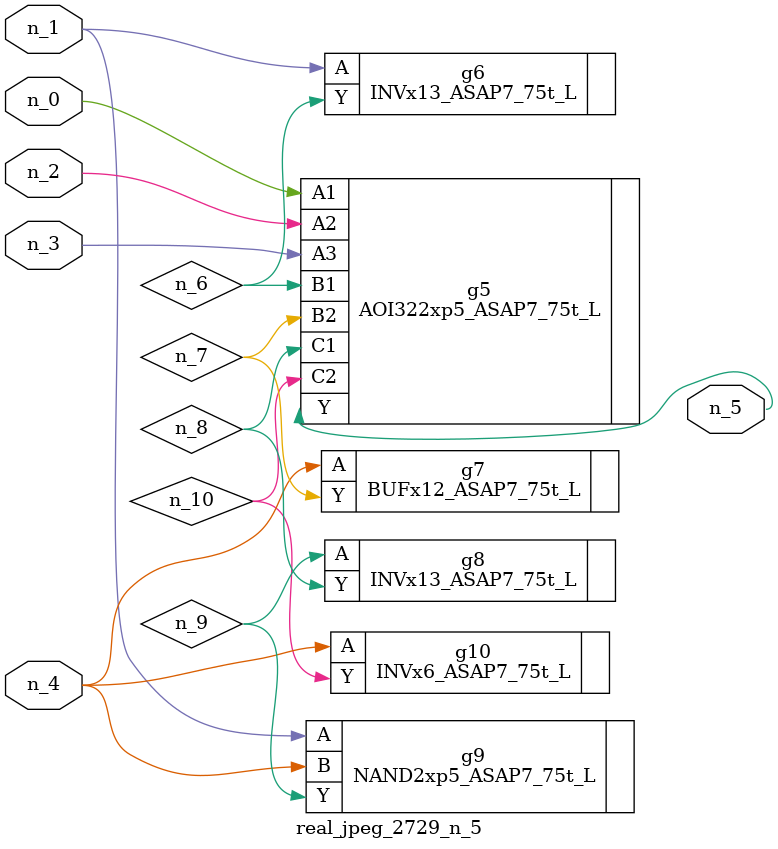
<source format=v>
module real_jpeg_2729_n_5 (n_4, n_0, n_1, n_2, n_3, n_5);

input n_4;
input n_0;
input n_1;
input n_2;
input n_3;

output n_5;

wire n_8;
wire n_6;
wire n_7;
wire n_10;
wire n_9;

AOI322xp5_ASAP7_75t_L g5 ( 
.A1(n_0),
.A2(n_2),
.A3(n_3),
.B1(n_6),
.B2(n_7),
.C1(n_8),
.C2(n_10),
.Y(n_5)
);

INVx13_ASAP7_75t_L g6 ( 
.A(n_1),
.Y(n_6)
);

NAND2xp5_ASAP7_75t_L g9 ( 
.A(n_1),
.B(n_4),
.Y(n_9)
);

BUFx12_ASAP7_75t_L g7 ( 
.A(n_4),
.Y(n_7)
);

INVx6_ASAP7_75t_L g10 ( 
.A(n_4),
.Y(n_10)
);

INVx13_ASAP7_75t_L g8 ( 
.A(n_9),
.Y(n_8)
);


endmodule
</source>
